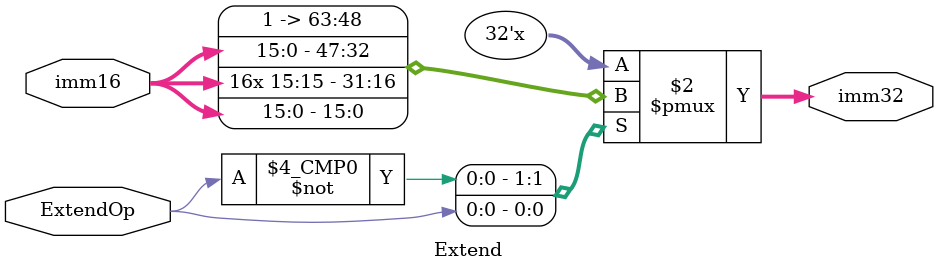
<source format=v>
`timescale 1ns / 1ps

module Extend(
	input [15:0] imm16,
	input ExtendOp,
	output reg [31:0] imm32
	);

always @(*) begin
	case(ExtendOp)
		1'b0: imm32 = {16'hffff, imm16};
		1'b1: imm32 = {{16{imm16[15]}}, imm16};
	endcase
end
endmodule
</source>
